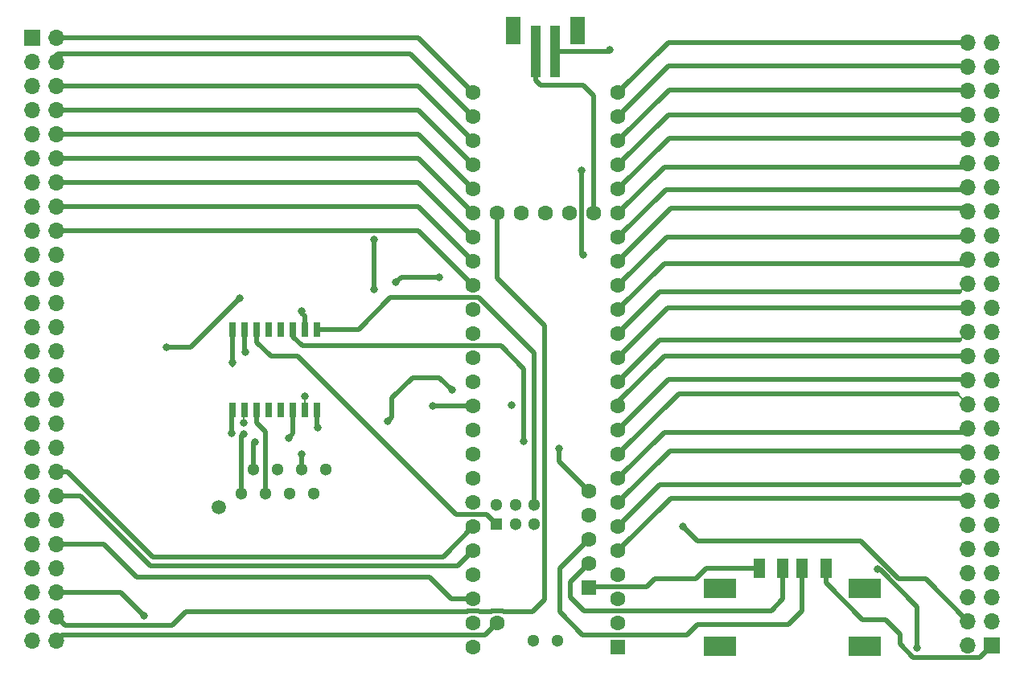
<source format=gbr>
%TF.GenerationSoftware,KiCad,Pcbnew,(5.1.6)-1*%
%TF.CreationDate,2020-08-15T20:42:22+02:00*%
%TF.ProjectId,teensypcbn,7465656e-7379-4706-9362-6e2e6b696361,rev?*%
%TF.SameCoordinates,Original*%
%TF.FileFunction,Copper,L1,Top*%
%TF.FilePolarity,Positive*%
%FSLAX46Y46*%
G04 Gerber Fmt 4.6, Leading zero omitted, Abs format (unit mm)*
G04 Created by KiCad (PCBNEW (5.1.6)-1) date 2020-08-15 20:42:22*
%MOMM*%
%LPD*%
G01*
G04 APERTURE LIST*
%TA.AperFunction,SMDPad,CuDef*%
%ADD10R,1.000000X5.500000*%
%TD*%
%TA.AperFunction,SMDPad,CuDef*%
%ADD11R,1.600000X3.000000*%
%TD*%
%TA.AperFunction,ComponentPad*%
%ADD12R,1.700000X1.700000*%
%TD*%
%TA.AperFunction,ComponentPad*%
%ADD13O,1.700000X1.700000*%
%TD*%
%TA.AperFunction,SMDPad,CuDef*%
%ADD14R,1.250000X2.100000*%
%TD*%
%TA.AperFunction,SMDPad,CuDef*%
%ADD15R,3.500000X2.000000*%
%TD*%
%TA.AperFunction,ComponentPad*%
%ADD16C,1.300000*%
%TD*%
%TA.AperFunction,ComponentPad*%
%ADD17C,1.500000*%
%TD*%
%TA.AperFunction,SMDPad,CuDef*%
%ADD18R,0.760000X1.650000*%
%TD*%
%TA.AperFunction,ComponentPad*%
%ADD19C,1.600000*%
%TD*%
%TA.AperFunction,ComponentPad*%
%ADD20R,1.600000X1.600000*%
%TD*%
%TA.AperFunction,ComponentPad*%
%ADD21R,1.300000X1.300000*%
%TD*%
%TA.AperFunction,ViaPad*%
%ADD22C,0.800000*%
%TD*%
%TA.AperFunction,Conductor*%
%ADD23C,0.500000*%
%TD*%
%TA.AperFunction,Conductor*%
%ADD24C,0.200000*%
%TD*%
G04 APERTURE END LIST*
D10*
%TO.P,BT1,1*%
%TO.N,Net-(BT1-Pad1)*%
X177000000Y-60500000D03*
%TO.P,BT1,2*%
%TO.N,GND*%
X179000000Y-60500000D03*
D11*
%TO.P,BT1,MP*%
%TO.N,N/C*%
X174600000Y-58250000D03*
X181400000Y-58250000D03*
%TD*%
D12*
%TO.P,J1,1*%
%TO.N,GND*%
X225000000Y-123000000D03*
D13*
%TO.P,J1,2*%
%TO.N,Net-(BT1-Pad1)*%
X222460000Y-123000000D03*
%TO.P,J1,3*%
%TO.N,GND*%
X225000000Y-120460000D03*
%TO.P,J1,4*%
%TO.N,Net-(J1-Pad4)*%
X222460000Y-120460000D03*
%TO.P,J1,5*%
%TO.N,GND*%
X225000000Y-117920000D03*
%TO.P,J1,6*%
%TO.N,Net-(J1-Pad6)*%
X222460000Y-117920000D03*
%TO.P,J1,7*%
%TO.N,GND*%
X225000000Y-115380000D03*
%TO.P,J1,8*%
%TO.N,Net-(J1-Pad8)*%
X222460000Y-115380000D03*
%TO.P,J1,9*%
%TO.N,GND*%
X225000000Y-112840000D03*
%TO.P,J1,10*%
%TO.N,Net-(J1-Pad10)*%
X222460000Y-112840000D03*
%TO.P,J1,11*%
%TO.N,GND*%
X225000000Y-110300000D03*
%TO.P,J1,12*%
%TO.N,Net-(J1-Pad12)*%
X222460000Y-110300000D03*
%TO.P,J1,13*%
%TO.N,GND*%
X225000000Y-107760000D03*
%TO.P,J1,14*%
%TO.N,Net-(J1-Pad14)*%
X222460000Y-107760000D03*
%TO.P,J1,15*%
%TO.N,GND*%
X225000000Y-105220000D03*
%TO.P,J1,16*%
%TO.N,Net-(J1-Pad16)*%
X222460000Y-105220000D03*
%TO.P,J1,17*%
%TO.N,GND*%
X225000000Y-102680000D03*
%TO.P,J1,18*%
%TO.N,Net-(J1-Pad18)*%
X222460000Y-102680000D03*
%TO.P,J1,19*%
%TO.N,GND*%
X225000000Y-100140000D03*
%TO.P,J1,20*%
%TO.N,Net-(J1-Pad20)*%
X222460000Y-100140000D03*
%TO.P,J1,21*%
%TO.N,GND*%
X225000000Y-97600000D03*
%TO.P,J1,22*%
%TO.N,Net-(J1-Pad22)*%
X222460000Y-97600000D03*
%TO.P,J1,23*%
%TO.N,GND*%
X225000000Y-95060000D03*
%TO.P,J1,24*%
%TO.N,Net-(J1-Pad24)*%
X222460000Y-95060000D03*
%TO.P,J1,25*%
%TO.N,GND*%
X225000000Y-92520000D03*
%TO.P,J1,26*%
%TO.N,Net-(J1-Pad26)*%
X222460000Y-92520000D03*
%TO.P,J1,27*%
%TO.N,GND*%
X225000000Y-89980000D03*
%TO.P,J1,28*%
%TO.N,Net-(J1-Pad28)*%
X222460000Y-89980000D03*
%TO.P,J1,29*%
%TO.N,GND*%
X225000000Y-87440000D03*
%TO.P,J1,30*%
%TO.N,Net-(J1-Pad30)*%
X222460000Y-87440000D03*
%TO.P,J1,31*%
%TO.N,GND*%
X225000000Y-84900000D03*
%TO.P,J1,32*%
%TO.N,Net-(J1-Pad32)*%
X222460000Y-84900000D03*
%TO.P,J1,33*%
%TO.N,GND*%
X225000000Y-82360000D03*
%TO.P,J1,34*%
%TO.N,Net-(J1-Pad34)*%
X222460000Y-82360000D03*
%TO.P,J1,35*%
%TO.N,GND*%
X225000000Y-79820000D03*
%TO.P,J1,36*%
%TO.N,Net-(J1-Pad36)*%
X222460000Y-79820000D03*
%TO.P,J1,37*%
%TO.N,GND*%
X225000000Y-77280000D03*
%TO.P,J1,38*%
%TO.N,Net-(J1-Pad38)*%
X222460000Y-77280000D03*
%TO.P,J1,39*%
%TO.N,GND*%
X225000000Y-74740000D03*
%TO.P,J1,40*%
%TO.N,Net-(J1-Pad40)*%
X222460000Y-74740000D03*
%TO.P,J1,41*%
%TO.N,GND*%
X225000000Y-72200000D03*
%TO.P,J1,42*%
%TO.N,Net-(J1-Pad42)*%
X222460000Y-72200000D03*
%TO.P,J1,43*%
%TO.N,GND*%
X225000000Y-69660000D03*
%TO.P,J1,44*%
%TO.N,Net-(J1-Pad44)*%
X222460000Y-69660000D03*
%TO.P,J1,45*%
%TO.N,GND*%
X225000000Y-67120000D03*
%TO.P,J1,46*%
%TO.N,Net-(J1-Pad46)*%
X222460000Y-67120000D03*
%TO.P,J1,47*%
%TO.N,GND*%
X225000000Y-64580000D03*
%TO.P,J1,48*%
%TO.N,Net-(J1-Pad48)*%
X222460000Y-64580000D03*
%TO.P,J1,49*%
%TO.N,GND*%
X225000000Y-62040000D03*
%TO.P,J1,50*%
%TO.N,Net-(J1-Pad50)*%
X222460000Y-62040000D03*
%TO.P,J1,51*%
%TO.N,GND*%
X225000000Y-59500000D03*
%TO.P,J1,52*%
%TO.N,Net-(J1-Pad52)*%
X222460000Y-59500000D03*
%TD*%
%TO.P,J2,52*%
%TO.N,Net-(J2-Pad52)*%
X126540000Y-122500000D03*
%TO.P,J2,51*%
%TO.N,GND*%
X124000000Y-122500000D03*
%TO.P,J2,50*%
%TO.N,Net-(J2-Pad50)*%
X126540000Y-119960000D03*
%TO.P,J2,49*%
%TO.N,GND*%
X124000000Y-119960000D03*
%TO.P,J2,48*%
%TO.N,Net-(J2-Pad48)*%
X126540000Y-117420000D03*
%TO.P,J2,47*%
%TO.N,GND*%
X124000000Y-117420000D03*
%TO.P,J2,46*%
X126540000Y-114880000D03*
%TO.P,J2,45*%
X124000000Y-114880000D03*
%TO.P,J2,44*%
%TO.N,Net-(J2-Pad44)*%
X126540000Y-112340000D03*
%TO.P,J2,43*%
%TO.N,GND*%
X124000000Y-112340000D03*
%TO.P,J2,42*%
%TO.N,Net-(J2-Pad42)*%
X126540000Y-109800000D03*
%TO.P,J2,41*%
%TO.N,GND*%
X124000000Y-109800000D03*
%TO.P,J2,40*%
%TO.N,Net-(J2-Pad40)*%
X126540000Y-107260000D03*
%TO.P,J2,39*%
%TO.N,GND*%
X124000000Y-107260000D03*
%TO.P,J2,38*%
%TO.N,Net-(J2-Pad38)*%
X126540000Y-104720000D03*
%TO.P,J2,37*%
%TO.N,GND*%
X124000000Y-104720000D03*
%TO.P,J2,36*%
%TO.N,Net-(J2-Pad36)*%
X126540000Y-102180000D03*
%TO.P,J2,35*%
%TO.N,GND*%
X124000000Y-102180000D03*
%TO.P,J2,34*%
%TO.N,Net-(J2-Pad34)*%
X126540000Y-99640000D03*
%TO.P,J2,33*%
%TO.N,GND*%
X124000000Y-99640000D03*
%TO.P,J2,32*%
%TO.N,Net-(J2-Pad32)*%
X126540000Y-97100000D03*
%TO.P,J2,31*%
%TO.N,GND*%
X124000000Y-97100000D03*
%TO.P,J2,30*%
%TO.N,Net-(J2-Pad30)*%
X126540000Y-94560000D03*
%TO.P,J2,29*%
%TO.N,GND*%
X124000000Y-94560000D03*
%TO.P,J2,28*%
%TO.N,Net-(J2-Pad28)*%
X126540000Y-92020000D03*
%TO.P,J2,27*%
%TO.N,GND*%
X124000000Y-92020000D03*
%TO.P,J2,26*%
%TO.N,Net-(J2-Pad26)*%
X126540000Y-89480000D03*
%TO.P,J2,25*%
%TO.N,GND*%
X124000000Y-89480000D03*
%TO.P,J2,24*%
%TO.N,Net-(J2-Pad24)*%
X126540000Y-86940000D03*
%TO.P,J2,23*%
%TO.N,GND*%
X124000000Y-86940000D03*
%TO.P,J2,22*%
%TO.N,Net-(J2-Pad22)*%
X126540000Y-84400000D03*
%TO.P,J2,21*%
%TO.N,GND*%
X124000000Y-84400000D03*
%TO.P,J2,20*%
X126540000Y-81860000D03*
%TO.P,J2,19*%
X124000000Y-81860000D03*
%TO.P,J2,18*%
%TO.N,Net-(J2-Pad18)*%
X126540000Y-79320000D03*
%TO.P,J2,17*%
%TO.N,GND*%
X124000000Y-79320000D03*
%TO.P,J2,16*%
%TO.N,Net-(J2-Pad16)*%
X126540000Y-76780000D03*
%TO.P,J2,15*%
%TO.N,GND*%
X124000000Y-76780000D03*
%TO.P,J2,14*%
%TO.N,Net-(J2-Pad14)*%
X126540000Y-74240000D03*
%TO.P,J2,13*%
%TO.N,GND*%
X124000000Y-74240000D03*
%TO.P,J2,12*%
%TO.N,Net-(J2-Pad12)*%
X126540000Y-71700000D03*
%TO.P,J2,11*%
%TO.N,GND*%
X124000000Y-71700000D03*
%TO.P,J2,10*%
%TO.N,Net-(J2-Pad10)*%
X126540000Y-69160000D03*
%TO.P,J2,9*%
%TO.N,GND*%
X124000000Y-69160000D03*
%TO.P,J2,8*%
%TO.N,Net-(J2-Pad8)*%
X126540000Y-66620000D03*
%TO.P,J2,7*%
%TO.N,GND*%
X124000000Y-66620000D03*
%TO.P,J2,6*%
%TO.N,Net-(J2-Pad6)*%
X126540000Y-64080000D03*
%TO.P,J2,5*%
%TO.N,GND*%
X124000000Y-64080000D03*
%TO.P,J2,4*%
%TO.N,Net-(J2-Pad4)*%
X126540000Y-61540000D03*
%TO.P,J2,3*%
%TO.N,GND*%
X124000000Y-61540000D03*
%TO.P,J2,2*%
%TO.N,Net-(J2-Pad2)*%
X126540000Y-59000000D03*
D12*
%TO.P,J2,1*%
%TO.N,GND*%
X124000000Y-59000000D03*
%TD*%
D14*
%TO.P,J3,1*%
%TO.N,Net-(J3-Pad1)*%
X200500000Y-114900000D03*
%TO.P,J3,2*%
%TO.N,/DN*%
X203000000Y-114900000D03*
%TO.P,J3,3*%
%TO.N,/DP*%
X205000000Y-114900000D03*
%TO.P,J3,4*%
%TO.N,GND*%
X207500000Y-114900000D03*
D15*
%TO.P,J3,5*%
%TO.N,N/C*%
X211625000Y-117000000D03*
%TO.P,J3,6*%
X211625000Y-123100000D03*
%TO.P,J3,7*%
X196375000Y-123100000D03*
%TO.P,J3,8*%
X196375000Y-117000000D03*
%TD*%
D16*
%TO.P,J4,1*%
%TO.N,/T1P*%
X146000000Y-107000000D03*
%TO.P,J4,2*%
%TO.N,/T1N*%
X147270000Y-104460000D03*
%TO.P,J4,3*%
%TO.N,/R1P*%
X148540000Y-107000000D03*
%TO.P,J4,4*%
%TO.N,Net-(J4-Pad4)*%
X149810000Y-104460000D03*
%TO.P,J4,5*%
X151080000Y-107000000D03*
%TO.P,J4,6*%
%TO.N,/R1N*%
X152350000Y-104460000D03*
%TO.P,J4,7*%
%TO.N,Net-(J4-Pad7)*%
X153620000Y-107000000D03*
%TO.P,J4,8*%
X154890000Y-104460000D03*
D17*
%TO.P,J4,G1*%
%TO.N,GND*%
X143645000Y-108470000D03*
%TD*%
D18*
%TO.P,T1,1*%
%TO.N,/TP*%
X153945000Y-89745000D03*
%TO.P,T1,2*%
%TO.N,Net-(C1-Pad1)*%
X152675000Y-89745000D03*
%TO.P,T1,3*%
%TO.N,/TN*%
X151405000Y-89745000D03*
%TO.P,T1,4*%
%TO.N,Net-(T1-Pad4)*%
X150135000Y-89745000D03*
%TO.P,T1,5*%
%TO.N,Net-(T1-Pad5)*%
X148865000Y-89745000D03*
%TO.P,T1,6*%
%TO.N,/RP*%
X147595000Y-89745000D03*
%TO.P,T1,7*%
%TO.N,Net-(C3-Pad1)*%
X146325000Y-89745000D03*
%TO.P,T1,8*%
%TO.N,/RN*%
X145055000Y-89745000D03*
%TO.P,T1,9*%
%TO.N,/R1N*%
X145055000Y-98255000D03*
%TO.P,T1,10*%
%TO.N,Net-(R1-Pad1)*%
X146325000Y-98255000D03*
%TO.P,T1,11*%
%TO.N,/R1P*%
X147595000Y-98255000D03*
%TO.P,T1,12*%
%TO.N,Net-(T1-Pad12)*%
X148865000Y-98255000D03*
%TO.P,T1,13*%
%TO.N,Net-(T1-Pad13)*%
X150135000Y-98255000D03*
%TO.P,T1,14*%
%TO.N,/T1N*%
X151405000Y-98255000D03*
%TO.P,T1,15*%
%TO.N,Net-(R2-Pad1)*%
X152675000Y-98255000D03*
%TO.P,T1,16*%
%TO.N,/T1P*%
X153945000Y-98255000D03*
%TD*%
D19*
%TO.P,U1,49*%
%TO.N,Net-(J2-Pad52)*%
X172920000Y-120670000D03*
%TO.P,U1,59*%
%TO.N,GND*%
X182569200Y-106750800D03*
%TO.P,U1,58*%
X182569200Y-109290800D03*
%TO.P,U1,57*%
%TO.N,/DP*%
X182569200Y-111830800D03*
%TO.P,U1,56*%
%TO.N,/DN*%
X182569200Y-114370800D03*
D20*
%TO.P,U1,55*%
%TO.N,Net-(J3-Pad1)*%
X182569200Y-116910800D03*
D19*
%TO.P,U1,48*%
%TO.N,Net-(J2-Pad48)*%
X170380000Y-123210000D03*
%TO.P,U1,47*%
%TO.N,GND*%
X170380000Y-120670000D03*
%TO.P,U1,46*%
%TO.N,Net-(J2-Pad44)*%
X170380000Y-118130000D03*
%TO.P,U1,45*%
%TO.N,Net-(J2-Pad42)*%
X170380000Y-115590000D03*
%TO.P,U1,44*%
%TO.N,Net-(J2-Pad40)*%
X170380000Y-113050000D03*
%TO.P,U1,43*%
%TO.N,Net-(J2-Pad38)*%
X170380000Y-110510000D03*
%TO.P,U1,42*%
%TO.N,Net-(J2-Pad36)*%
X170380000Y-107970000D03*
%TO.P,U1,41*%
%TO.N,Net-(J2-Pad34)*%
X170380000Y-105430000D03*
%TO.P,U1,40*%
%TO.N,Net-(J2-Pad32)*%
X170380000Y-102890000D03*
%TO.P,U1,39*%
%TO.N,Net-(J2-Pad30)*%
X170380000Y-100350000D03*
%TO.P,U1,38*%
%TO.N,Net-(J2-Pad28)*%
X170380000Y-97810000D03*
%TO.P,U1,37*%
%TO.N,Net-(J2-Pad26)*%
X170380000Y-95270000D03*
%TO.P,U1,36*%
%TO.N,Net-(J2-Pad24)*%
X170380000Y-92730000D03*
%TO.P,U1,35*%
%TO.N,Net-(J2-Pad22)*%
X170380000Y-90190000D03*
D20*
%TO.P,U1,1*%
%TO.N,GND*%
X185620000Y-123210000D03*
D19*
%TO.P,U1,2*%
%TO.N,Net-(J1-Pad8)*%
X185620000Y-120670000D03*
%TO.P,U1,3*%
%TO.N,Net-(J1-Pad10)*%
X185620000Y-118130000D03*
%TO.P,U1,4*%
%TO.N,Net-(J1-Pad12)*%
X185620000Y-115590000D03*
%TO.P,U1,5*%
%TO.N,Net-(J1-Pad14)*%
X185620000Y-113050000D03*
%TO.P,U1,6*%
%TO.N,Net-(J1-Pad16)*%
X185620000Y-110510000D03*
%TO.P,U1,7*%
%TO.N,Net-(J1-Pad18)*%
X185620000Y-107970000D03*
%TO.P,U1,8*%
%TO.N,Net-(J1-Pad20)*%
X185620000Y-105430000D03*
%TO.P,U1,9*%
%TO.N,Net-(J1-Pad22)*%
X185620000Y-102890000D03*
%TO.P,U1,10*%
%TO.N,Net-(J1-Pad24)*%
X185620000Y-100350000D03*
%TO.P,U1,11*%
%TO.N,Net-(J1-Pad26)*%
X185620000Y-97810000D03*
%TO.P,U1,12*%
%TO.N,Net-(J1-Pad28)*%
X185620000Y-95270000D03*
%TO.P,U1,13*%
%TO.N,Net-(J1-Pad30)*%
X185620000Y-92730000D03*
%TO.P,U1,34*%
%TO.N,GND*%
X170380000Y-87650000D03*
%TO.P,U1,33*%
%TO.N,Net-(J2-Pad18)*%
X170380000Y-85110000D03*
%TO.P,U1,32*%
%TO.N,Net-(J2-Pad16)*%
X170380000Y-82570000D03*
%TO.P,U1,31*%
%TO.N,Net-(J2-Pad14)*%
X170380000Y-80030000D03*
%TO.P,U1,30*%
%TO.N,Net-(J2-Pad12)*%
X170380000Y-77490000D03*
%TO.P,U1,29*%
%TO.N,Net-(J2-Pad10)*%
X170380000Y-74950000D03*
%TO.P,U1,28*%
%TO.N,Net-(J2-Pad8)*%
X170380000Y-72410000D03*
%TO.P,U1,27*%
%TO.N,Net-(J2-Pad6)*%
X170380000Y-69870000D03*
%TO.P,U1,26*%
%TO.N,Net-(J2-Pad4)*%
X170380000Y-67330000D03*
%TO.P,U1,25*%
%TO.N,Net-(J2-Pad2)*%
X170380000Y-64790000D03*
%TO.P,U1,24*%
%TO.N,Net-(J1-Pad52)*%
X185620000Y-64790000D03*
%TO.P,U1,23*%
%TO.N,Net-(J1-Pad50)*%
X185620000Y-67330000D03*
%TO.P,U1,22*%
%TO.N,Net-(J1-Pad48)*%
X185620000Y-69870000D03*
%TO.P,U1,21*%
%TO.N,Net-(J1-Pad46)*%
X185620000Y-72410000D03*
%TO.P,U1,14*%
%TO.N,Net-(J1-Pad32)*%
X185620000Y-90190000D03*
%TO.P,U1,15*%
%TO.N,Net-(J1-Pad34)*%
X185620000Y-87650000D03*
%TO.P,U1,16*%
%TO.N,Net-(J1-Pad36)*%
X185620000Y-85110000D03*
%TO.P,U1,20*%
%TO.N,Net-(J1-Pad44)*%
X185620000Y-74950000D03*
%TO.P,U1,19*%
%TO.N,Net-(J1-Pad42)*%
X185620000Y-77490000D03*
%TO.P,U1,18*%
%TO.N,Net-(J1-Pad40)*%
X185620000Y-80030000D03*
%TO.P,U1,17*%
%TO.N,Net-(J1-Pad38)*%
X185620000Y-82570000D03*
D21*
%TO.P,U1,60*%
%TO.N,/RP*%
X172818400Y-110240000D03*
D16*
%TO.P,U1,65*%
%TO.N,/RN*%
X172818400Y-108240000D03*
%TO.P,U1,61*%
%TO.N,Net-(U1-Pad61)*%
X174818400Y-110240000D03*
%TO.P,U1,64*%
%TO.N,GND*%
X174818400Y-108240000D03*
%TO.P,U1,63*%
%TO.N,/TP*%
X176818400Y-108240000D03*
%TO.P,U1,62*%
%TO.N,/TN*%
X176818400Y-110240000D03*
D19*
%TO.P,U1,50*%
%TO.N,Net-(BT1-Pad1)*%
X183080000Y-77490000D03*
%TO.P,U1,51*%
%TO.N,Net-(J1-Pad6)*%
X180540000Y-77490000D03*
%TO.P,U1,52*%
%TO.N,GND*%
X178000000Y-77490000D03*
%TO.P,U1,53*%
%TO.N,Net-(J1-Pad4)*%
X175460000Y-77490000D03*
%TO.P,U1,54*%
%TO.N,Net-(J2-Pad50)*%
X172920000Y-77490000D03*
D16*
%TO.P,U1,66*%
%TO.N,Net-(U1-Pad66)*%
X179270000Y-122480000D03*
%TO.P,U1,67*%
%TO.N,Net-(U1-Pad67)*%
X176730000Y-122480000D03*
%TD*%
D22*
%TO.N,*%
X159975000Y-85550000D03*
X159975000Y-80250000D03*
%TO.N,Net-(BT1-Pad1)*%
X212986435Y-115013564D03*
X217107052Y-123240010D03*
%TO.N,GND*%
X181829999Y-73030001D03*
X181980000Y-81890000D03*
X184750000Y-60310000D03*
X145800000Y-86425000D03*
X166850000Y-84225000D03*
X162275000Y-84775000D03*
X138125000Y-91575000D03*
X174400000Y-97750000D03*
X179450000Y-102250000D03*
X168150000Y-96100000D03*
X161425000Y-99425000D03*
%TO.N,Net-(J1-Pad4)*%
X192500000Y-110500000D03*
%TO.N,Net-(J2-Pad48)*%
X135740000Y-119880000D03*
%TO.N,Net-(J2-Pad28)*%
X166140001Y-97810000D03*
%TO.N,Net-(C1-Pad1)*%
X152360000Y-87840000D03*
%TO.N,Net-(C3-Pad1)*%
X146370000Y-92120000D03*
%TO.N,/TN*%
X175700000Y-101550000D03*
%TO.N,/RN*%
X145055000Y-93255000D03*
%TO.N,Net-(R1-Pad1)*%
X146270000Y-99540000D03*
%TO.N,Net-(R2-Pad1)*%
X152630000Y-96770000D03*
%TO.N,/T1P*%
X154050000Y-100090000D03*
X146210000Y-100760000D03*
%TO.N,/T1N*%
X150950000Y-101170000D03*
X147390000Y-101610010D03*
%TO.N,/R1N*%
X152330000Y-102880000D03*
X145000000Y-100660000D03*
%TD*%
D23*
%TO.N,*%
X159975000Y-85550000D02*
X159975000Y-80250000D01*
%TO.N,Net-(BT1-Pad1)*%
X177000000Y-63500000D02*
X177500000Y-64000000D01*
X177000000Y-60500000D02*
X177000000Y-63500000D01*
X177500000Y-64000000D02*
X182000000Y-64000000D01*
X183080000Y-65080000D02*
X183080000Y-77490000D01*
X182000000Y-64000000D02*
X183080000Y-65080000D01*
X212986435Y-115013564D02*
X213198567Y-115013564D01*
X217107052Y-118922049D02*
X217107052Y-123240010D01*
X213198567Y-115013564D02*
X217107052Y-118922049D01*
%TO.N,GND*%
X181829999Y-81739999D02*
X181829999Y-73030001D01*
X181980000Y-81890000D02*
X181980000Y-81890000D01*
X181829999Y-73030001D02*
X181829999Y-73030001D01*
X181980000Y-81890000D02*
X181829999Y-81739999D01*
X179000000Y-60500000D02*
X184560000Y-60500000D01*
X184560000Y-60500000D02*
X184750000Y-60310000D01*
X207500000Y-116450000D02*
X211380000Y-120330000D01*
X207500000Y-114900000D02*
X207500000Y-116450000D01*
X211380000Y-120330000D02*
X213810000Y-120330000D01*
X213810000Y-120330000D02*
X215300000Y-121820000D01*
X215300000Y-121820000D02*
X215300000Y-122900000D01*
X216700001Y-124300001D02*
X223699999Y-124300001D01*
X223699999Y-124300001D02*
X225000000Y-123000000D01*
X215300000Y-122900000D02*
X216700001Y-124300001D01*
X166850000Y-84225000D02*
X162825000Y-84225000D01*
X162825000Y-84225000D02*
X162275000Y-84775000D01*
X140650000Y-91575000D02*
X138125000Y-91575000D01*
X145800000Y-86425000D02*
X140650000Y-91575000D01*
X179450000Y-103631600D02*
X182569200Y-106750800D01*
X179450000Y-102250000D02*
X179450000Y-103631600D01*
X168150000Y-96100000D02*
X166850000Y-94800000D01*
X166850000Y-94800000D02*
X164000000Y-94800000D01*
X164000000Y-94800000D02*
X161850000Y-96950000D01*
X161850000Y-96950000D02*
X161850000Y-99000000D01*
X161850000Y-99000000D02*
X161425000Y-99425000D01*
%TO.N,Net-(J1-Pad4)*%
X222460000Y-120460000D02*
X218000000Y-116000000D01*
X215174967Y-116000000D02*
X211174967Y-112000000D01*
X218000000Y-116000000D02*
X215174967Y-116000000D01*
X211174967Y-112000000D02*
X194000000Y-112000000D01*
X194000000Y-112000000D02*
X192500000Y-110500000D01*
%TO.N,Net-(J1-Pad14)*%
X185620000Y-113050000D02*
X191170000Y-107500000D01*
D24*
X222200000Y-107500000D02*
X222460000Y-107760000D01*
D23*
X191170000Y-107500000D02*
X222200000Y-107500000D01*
%TO.N,Net-(J1-Pad16)*%
X185620000Y-110510000D02*
X190000000Y-106130000D01*
D24*
X221550000Y-106130000D02*
X222460000Y-105220000D01*
D23*
X190000000Y-106130000D02*
X221550000Y-106130000D01*
%TO.N,Net-(J1-Pad18)*%
X185620000Y-107970000D02*
X191090000Y-102500000D01*
D24*
X222280000Y-102500000D02*
X222460000Y-102680000D01*
D23*
X191090000Y-102500000D02*
X222280000Y-102500000D01*
%TO.N,Net-(J1-Pad20)*%
X185620000Y-105430000D02*
X190500000Y-100550000D01*
D24*
X222050000Y-100550000D02*
X222460000Y-100140000D01*
D23*
X190500000Y-100550000D02*
X222050000Y-100550000D01*
%TO.N,Net-(J1-Pad22)*%
X185620000Y-102890000D02*
X192010000Y-96500000D01*
D24*
X221360000Y-96500000D02*
X222460000Y-97600000D01*
D23*
X192010000Y-96500000D02*
X221360000Y-96500000D01*
%TO.N,Net-(J1-Pad24)*%
X185620000Y-100350000D02*
X190970000Y-95000000D01*
D24*
X222400000Y-95000000D02*
X222460000Y-95060000D01*
D23*
X190970000Y-95000000D02*
X222400000Y-95000000D01*
%TO.N,Net-(J1-Pad26)*%
X222460000Y-92520000D02*
X190480000Y-92520000D01*
D24*
X185620000Y-97380000D02*
X185620000Y-97810000D01*
D23*
X190480000Y-92520000D02*
X185620000Y-97380000D01*
%TO.N,Net-(J1-Pad28)*%
X185620000Y-95270000D02*
X190000000Y-90890000D01*
D24*
X221550000Y-90890000D02*
X222460000Y-89980000D01*
D23*
X190000000Y-90890000D02*
X221550000Y-90890000D01*
%TO.N,Net-(J1-Pad30)*%
X185620000Y-92730000D02*
X190850000Y-87500000D01*
D24*
X222400000Y-87500000D02*
X222460000Y-87440000D01*
D23*
X190850000Y-87500000D02*
X222400000Y-87500000D01*
%TO.N,Net-(J1-Pad32)*%
X185620000Y-90190000D02*
X190000000Y-85810000D01*
D24*
X221550000Y-85810000D02*
X222460000Y-84900000D01*
D23*
X190000000Y-85810000D02*
X221550000Y-85810000D01*
%TO.N,Net-(J1-Pad34)*%
X185620000Y-87650000D02*
X190500000Y-82770000D01*
D24*
X222050000Y-82770000D02*
X222460000Y-82360000D01*
D23*
X190500000Y-82770000D02*
X222050000Y-82770000D01*
%TO.N,Net-(J1-Pad36)*%
X185620000Y-85110000D02*
X190730000Y-80000000D01*
D24*
X222280000Y-80000000D02*
X222460000Y-79820000D01*
D23*
X190730000Y-80000000D02*
X222280000Y-80000000D01*
%TO.N,Net-(J1-Pad38)*%
X185620000Y-82570000D02*
X191190000Y-77000000D01*
D24*
X222180000Y-77000000D02*
X222460000Y-77280000D01*
D23*
X191190000Y-77000000D02*
X222180000Y-77000000D01*
%TO.N,Net-(J1-Pad40)*%
X185620000Y-80030000D02*
X190650000Y-75000000D01*
D24*
X222200000Y-75000000D02*
X222460000Y-74740000D01*
D23*
X190650000Y-75000000D02*
X222200000Y-75000000D01*
%TO.N,Net-(J1-Pad42)*%
X185620000Y-77490000D02*
X190500000Y-72610000D01*
D24*
X222050000Y-72610000D02*
X222460000Y-72200000D01*
D23*
X190500000Y-72610000D02*
X222050000Y-72610000D01*
%TO.N,Net-(J1-Pad44)*%
X185620000Y-74950000D02*
X191000000Y-69570000D01*
D24*
X222370000Y-69570000D02*
X222460000Y-69660000D01*
D23*
X191000000Y-69570000D02*
X222370000Y-69570000D01*
%TO.N,Net-(J1-Pad46)*%
X190910000Y-67120000D02*
X222460000Y-67120000D01*
X185620000Y-72410000D02*
X190910000Y-67120000D01*
%TO.N,Net-(J1-Pad48)*%
X185620000Y-69870000D02*
X190990000Y-64500000D01*
D24*
X222380000Y-64500000D02*
X222460000Y-64580000D01*
D23*
X190990000Y-64500000D02*
X222380000Y-64500000D01*
%TO.N,Net-(J1-Pad50)*%
X185620000Y-67330000D02*
X190950000Y-62000000D01*
D24*
X222420000Y-62000000D02*
X222460000Y-62040000D01*
D23*
X190950000Y-62000000D02*
X222420000Y-62000000D01*
%TO.N,Net-(J1-Pad52)*%
X190910000Y-59500000D02*
X185620000Y-64790000D01*
X222460000Y-59500000D02*
X190910000Y-59500000D01*
%TO.N,Net-(J2-Pad52)*%
X127119999Y-121920001D02*
X126540000Y-122500000D01*
X171669999Y-121920001D02*
X127119999Y-121920001D01*
X172920000Y-120670000D02*
X171669999Y-121920001D01*
%TO.N,Net-(J2-Pad50)*%
X140100000Y-119460000D02*
X138690000Y-120870000D01*
X169739998Y-119460000D02*
X140100000Y-119460000D01*
X169779999Y-119419999D02*
X169739998Y-119460000D01*
X176640000Y-119460000D02*
X173560002Y-119460000D01*
X177918401Y-118181599D02*
X176640000Y-119460000D01*
X177918401Y-89358401D02*
X177918401Y-118181599D01*
X172920000Y-77490000D02*
X172920000Y-84360000D01*
X173560002Y-119460000D02*
X173520001Y-119419999D01*
X138690000Y-120870000D02*
X127450000Y-120870000D01*
X173520001Y-119419999D02*
X172319999Y-119419999D01*
X172319999Y-119419999D02*
X172279998Y-119460000D01*
X172279998Y-119460000D02*
X171020002Y-119460000D01*
X171020002Y-119460000D02*
X170980001Y-119419999D01*
X127450000Y-120870000D02*
X126540000Y-119960000D01*
X172920000Y-84360000D02*
X177918401Y-89358401D01*
X170980001Y-119419999D02*
X169779999Y-119419999D01*
%TO.N,Net-(J2-Pad48)*%
X126540000Y-117420000D02*
X133280000Y-117420000D01*
X133280000Y-117420000D02*
X135740000Y-119880000D01*
%TO.N,Net-(J2-Pad44)*%
X126540000Y-112340000D02*
X131500000Y-112340000D01*
X131500000Y-112340000D02*
X134980000Y-115820000D01*
X170380000Y-118130000D02*
X168100000Y-118130000D01*
X165790000Y-115820000D02*
X134980000Y-115820000D01*
X168100000Y-118130000D02*
X165790000Y-115820000D01*
%TO.N,Net-(J2-Pad40)*%
X126540000Y-107260000D02*
X129010000Y-107260000D01*
X129010000Y-107260000D02*
X136400000Y-114650000D01*
X168780000Y-114650000D02*
X170380000Y-113050000D01*
X136400000Y-114650000D02*
X168780000Y-114650000D01*
%TO.N,Net-(J2-Pad38)*%
X127695000Y-104720000D02*
X126540000Y-104720000D01*
X136650000Y-113675000D02*
X127695000Y-104720000D01*
X170380000Y-110510000D02*
X167215000Y-113675000D01*
X167215000Y-113675000D02*
X136650000Y-113675000D01*
%TO.N,Net-(J2-Pad36)*%
X170380000Y-107970000D02*
X169795000Y-107970000D01*
%TO.N,Net-(J2-Pad28)*%
X170380000Y-97810000D02*
X166140000Y-97810000D01*
%TO.N,Net-(J2-Pad18)*%
X164590000Y-79320000D02*
X170380000Y-85110000D01*
X126540000Y-79320000D02*
X164590000Y-79320000D01*
%TO.N,Net-(J2-Pad16)*%
X164590000Y-76780000D02*
X170380000Y-82570000D01*
X126540000Y-76780000D02*
X164590000Y-76780000D01*
%TO.N,Net-(J2-Pad14)*%
X164590000Y-74240000D02*
X170380000Y-80030000D01*
X126540000Y-74240000D02*
X164590000Y-74240000D01*
%TO.N,Net-(J2-Pad12)*%
X164590000Y-71700000D02*
X170380000Y-77490000D01*
X126540000Y-71700000D02*
X164590000Y-71700000D01*
%TO.N,Net-(J2-Pad10)*%
X164590000Y-69160000D02*
X170380000Y-74950000D01*
X126540000Y-69160000D02*
X164590000Y-69160000D01*
%TO.N,Net-(J2-Pad8)*%
X164590000Y-66620000D02*
X170380000Y-72410000D01*
X126540000Y-66620000D02*
X164590000Y-66620000D01*
%TO.N,Net-(J2-Pad6)*%
X164590000Y-64080000D02*
X170380000Y-69870000D01*
X126540000Y-64080000D02*
X164590000Y-64080000D01*
%TO.N,Net-(J2-Pad4)*%
X170380000Y-67330000D02*
X163790000Y-60740000D01*
X163790000Y-60740000D02*
X126670000Y-60740000D01*
X126540000Y-60870000D02*
X126540000Y-61540000D01*
X126670000Y-60740000D02*
X126540000Y-60870000D01*
%TO.N,Net-(J2-Pad2)*%
X164590000Y-59000000D02*
X170380000Y-64790000D01*
X126540000Y-59000000D02*
X164590000Y-59000000D01*
%TO.N,Net-(J3-Pad1)*%
X194914998Y-114900000D02*
X193814998Y-116000000D01*
X200500000Y-114900000D02*
X194914998Y-114900000D01*
X193814998Y-116000000D02*
X189500000Y-116000000D01*
X188620001Y-116879999D02*
X182600001Y-116879999D01*
X182600001Y-116879999D02*
X182569200Y-116910800D01*
X189500000Y-116000000D02*
X188620001Y-116879999D01*
D24*
%TO.N,/DN*%
X182688399Y-114489999D02*
X182569200Y-114370800D01*
D23*
X182639999Y-114300001D02*
X182569200Y-114370800D01*
X186220001Y-119380001D02*
X182010001Y-119380001D01*
X186230002Y-119370000D02*
X186220001Y-119380001D01*
X201767002Y-119370000D02*
X186230002Y-119370000D01*
X203000000Y-114900000D02*
X203000000Y-118137002D01*
X203000000Y-118137002D02*
X201767002Y-119370000D01*
X182010001Y-119380001D02*
X180570000Y-117940000D01*
X180570000Y-116370000D02*
X182569200Y-114370800D01*
X180570000Y-117940000D02*
X180570000Y-116370000D01*
%TO.N,/DP*%
X179500000Y-114900000D02*
X182569200Y-111830800D01*
X181920001Y-121920001D02*
X179500000Y-119500000D01*
X194000000Y-120820000D02*
X192899999Y-121920001D01*
X179500000Y-119500000D02*
X179500000Y-114900000D01*
X192899999Y-121920001D02*
X181920001Y-121920001D01*
X205000000Y-114900000D02*
X205000000Y-119370000D01*
X203550000Y-120820000D02*
X197720000Y-120820000D01*
X198190000Y-120820000D02*
X197720000Y-120820000D01*
X205000000Y-119370000D02*
X203550000Y-120820000D01*
X197720000Y-120820000D02*
X194000000Y-120820000D01*
%TO.N,Net-(C1-Pad1)*%
X152360000Y-87840000D02*
X152360000Y-88040000D01*
X152675000Y-88355000D02*
X152675000Y-89745000D01*
X152360000Y-88040000D02*
X152675000Y-88355000D01*
%TO.N,Net-(C3-Pad1)*%
X146325000Y-89745000D02*
X146325000Y-92075000D01*
X146325000Y-92075000D02*
X146370000Y-92120000D01*
%TO.N,/TP*%
X161658001Y-86399999D02*
X158313000Y-89745000D01*
X176818400Y-92238398D02*
X170980001Y-86399999D01*
X158313000Y-89745000D02*
X153945000Y-89745000D01*
X170980001Y-86399999D02*
X161658001Y-86399999D01*
X176818400Y-108240000D02*
X176818400Y-92238398D01*
%TO.N,/TN*%
X152394997Y-91479999D02*
X173299999Y-91479999D01*
X151405000Y-89745000D02*
X151405000Y-90490002D01*
X151405000Y-90490002D02*
X152394997Y-91479999D01*
X173299999Y-91479999D02*
X175700000Y-93880000D01*
X175700000Y-93880000D02*
X175700000Y-101550000D01*
%TO.N,/RP*%
X149115000Y-92590000D02*
X147595000Y-91070000D01*
X151940002Y-92590000D02*
X149115000Y-92590000D01*
X168610001Y-109259999D02*
X151940002Y-92590000D01*
X172818400Y-110240000D02*
X171838399Y-109259999D01*
X171838399Y-109259999D02*
X168610001Y-109259999D01*
X147595000Y-91070000D02*
X147595000Y-89745000D01*
%TO.N,/RN*%
X145055000Y-93445000D02*
X145055000Y-93255000D01*
X145055000Y-93255000D02*
X145055000Y-89745000D01*
D24*
%TO.N,Net-(R1-Pad1)*%
X146270000Y-98310000D02*
X146325000Y-98255000D01*
X146270000Y-99540000D02*
X146270000Y-98310000D01*
%TO.N,Net-(R2-Pad1)*%
X152675000Y-98255000D02*
X152675000Y-96815000D01*
X152675000Y-96815000D02*
X152630000Y-96770000D01*
D23*
%TO.N,/T1P*%
X153945000Y-98255000D02*
X153945000Y-99985000D01*
X153945000Y-99985000D02*
X154050000Y-100090000D01*
X146000000Y-100970000D02*
X146000000Y-107000000D01*
X146210000Y-100760000D02*
X146000000Y-100970000D01*
%TO.N,/T1N*%
X151405000Y-100715000D02*
X151405000Y-98255000D01*
X150950000Y-101170000D02*
X151405000Y-100715000D01*
X147270000Y-104460000D02*
X147270000Y-101730010D01*
X147270000Y-101730010D02*
X147390000Y-101610010D01*
%TO.N,/R1P*%
X148540000Y-100525000D02*
X148540000Y-107000000D01*
X147595000Y-99580000D02*
X148540000Y-100525000D01*
X147595000Y-98255000D02*
X147595000Y-99580000D01*
%TO.N,/R1N*%
X152350000Y-104460000D02*
X152350000Y-102900000D01*
X152350000Y-102900000D02*
X152330000Y-102880000D01*
X145000000Y-98310000D02*
X145055000Y-98255000D01*
X145000000Y-100660000D02*
X145000000Y-98310000D01*
%TD*%
M02*

</source>
